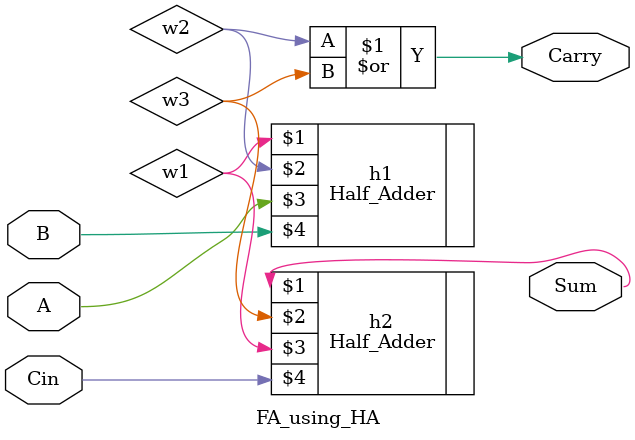
<source format=v>

module FA_using_HA(A,B,Cin,Sum,Carry);
	input A,B,Cin;
	output Sum,Carry;
	wire w1,w2,w3;
	Half_Adder h1(w1,w2,A,B);
	Half_Adder h2(Sum,w3,w1,Cin);
	or (Carry,w2,w3);
endmodule

</source>
